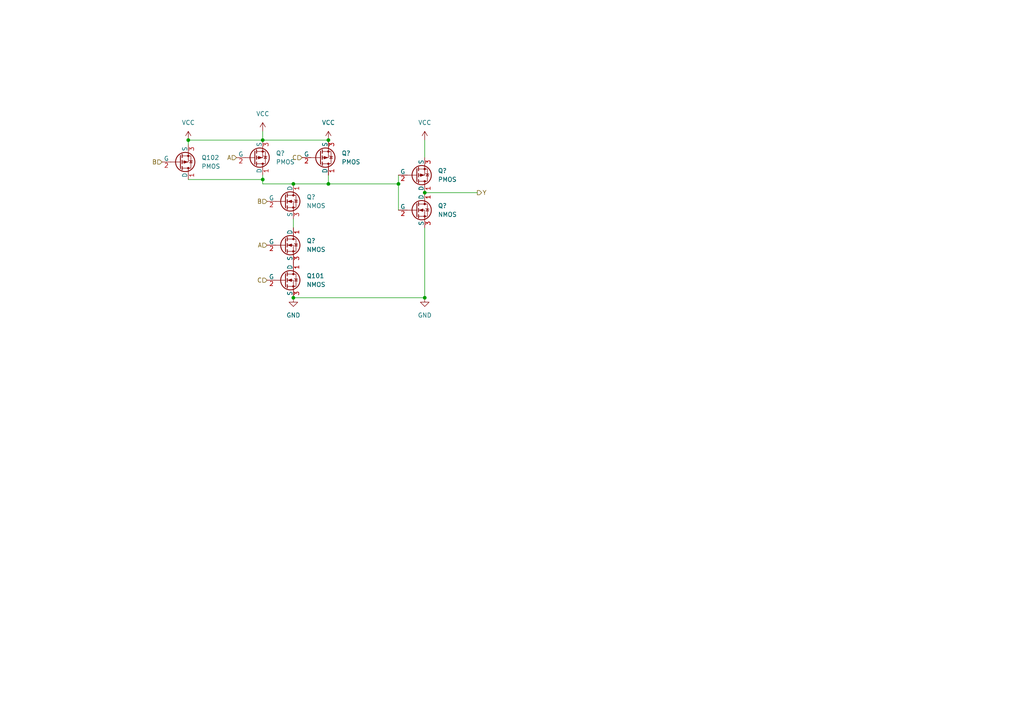
<source format=kicad_sch>
(kicad_sch (version 20250114) (generator "eeschema") (generator_version "9.0")
  (paper "A4")
  (lib_symbols
    (symbol "Simulation_SPICE:NMOS" (pin_names (offset 0))
      (property "Reference" "Q" (at 5.08 1.27 0))
      (property "Value" "NMOS" (at 5.08 -1.27 0))
      (symbol "NMOS_0_1"
        (polyline (pts (xy 0.254 1.905) (xy 0.254 -1.905)) (stroke (width 0.254)))
        (polyline (pts (xy 0.254 0) (xy -2.54 0)))
        (polyline (pts (xy 0.762 2.286) (xy 0.762 1.27)) (stroke (width 0.254)))
        (polyline (pts (xy 0.762 0.508) (xy 0.762 -0.508)) (stroke (width 0.254)))
        (polyline (pts (xy 0.762 -1.27) (xy 0.762 -2.286)) (stroke (width 0.254)))
        (polyline (pts (xy 0.762 -1.778) (xy 3.302 -1.778) (xy 3.302 1.778) (xy 0.762 1.778)))
        (polyline (pts (xy 1.016 0) (xy 2.032 0.381) (xy 2.032 -0.381) (xy 1.016 0)) (fill (type outline)))
        (circle (center 1.651 0) (radius 2.794) (stroke (width 0.254)))
        (polyline (pts (xy 2.54 2.54) (xy 2.54 1.778)))
        (circle (center 2.54 1.778) (radius 0.254) (fill (type outline)))
        (circle (center 2.54 -1.778) (radius 0.254) (fill (type outline)))
        (polyline (pts (xy 2.54 -2.54) (xy 2.54 0) (xy 0.762 0)))
        (polyline (pts (xy 2.794 0.508) (xy 2.921 0.381) (xy 3.683 0.381) (xy 3.81 0.254)))
        (polyline (pts (xy 3.302 0.381) (xy 2.921 -0.254) (xy 3.683 -0.254) (xy 3.302 0.381)))
      )
      (symbol "NMOS_1_1"
        (pin input line (at -5.08 0 0) (length 2.54) (name "G") (number "2"))
        (pin passive line (at 2.54 5.08 270) (length 2.54) (name "D") (number "1"))
        (pin passive line (at 2.54 -5.08 90) (length 2.54) (name "S") (number "3"))
      )
    )
    (symbol "Simulation_SPICE:PMOS" (pin_names (offset 0))
      (property "Reference" "Q" (at 5.08 1.27 0))
      (property "Value" "PMOS" (at 5.08 -1.27 0))
      (symbol "PMOS_0_1"
        (polyline (pts (xy 0.254 1.905) (xy 0.254 -1.905)) (stroke (width 0.254)))
        (polyline (pts (xy 0.254 0) (xy -2.54 0)))
        (polyline (pts (xy 0.762 2.286) (xy 0.762 1.27)) (stroke (width 0.254)))
        (polyline (pts (xy 0.762 1.778) (xy 3.302 1.778) (xy 3.302 -1.778) (xy 0.762 -1.778)))
        (polyline (pts (xy 0.762 0.508) (xy 0.762 -0.508)) (stroke (width 0.254)))
        (polyline (pts (xy 0.762 -1.27) (xy 0.762 -2.286)) (stroke (width 0.254)))
        (circle (center 1.651 0) (radius 2.794) (stroke (width 0.254)))
        (polyline (pts (xy 2.286 0) (xy 1.27 0.381) (xy 1.27 -0.381) (xy 2.286 0)) (fill (type outline)))
        (polyline (pts (xy 2.54 2.54) (xy 2.54 1.778)))
        (circle (center 2.54 1.778) (radius 0.254) (fill (type outline)))
        (circle (center 2.54 -1.778) (radius 0.254) (fill (type outline)))
        (polyline (pts (xy 2.54 -2.54) (xy 2.54 0) (xy 0.762 0)))
        (polyline (pts (xy 2.794 -0.508) (xy 2.921 -0.381) (xy 3.683 -0.381) (xy 3.81 -0.254)))
        (polyline (pts (xy 3.302 -0.381) (xy 2.921 0.254) (xy 3.683 0.254) (xy 3.302 -0.381)))
      )
      (symbol "PMOS_1_1"
        (pin input line (at -5.08 0 0) (length 2.54) (name "G") (number "2"))
        (pin passive line (at 2.54 5.08 270) (length 2.54) (name "D") (number "1"))
        (pin passive line (at 2.54 -5.08 90) (length 2.54) (name "S") (number "3"))
      )
    )
    (symbol "power:GND" (power) (pin_numbers (hide yes)) (pin_names (offset 0) (hide yes))
      (property "Value" "GND" (at 0 -3.81 0))
      (symbol "GND_0_1"
        (polyline (pts (xy 0 0) (xy 0 -1.27) (xy 1.27 -1.27) (xy 0 -2.54) (xy -1.27 -1.27) (xy 0 -1.27)))
      )
      (symbol "GND_1_1"
        (pin power_in line (at 0 0 270) (length 0) (name "~") (number "1"))
      )
    )
    (symbol "power:VCC" (power) (pin_numbers (hide yes)) (pin_names (offset 0) (hide yes))
      (property "Value" "VCC" (at 0 3.556 0))
      (symbol "VCC_0_1"
        (polyline (pts (xy -0.762 1.27) (xy 0 2.54)))
        (polyline (pts (xy 0 2.54) (xy 0.762 1.27)))
        (polyline (pts (xy 0 0) (xy 0 2.54)))
      )
      (symbol "VCC_1_1"
        (pin power_in line (at 0 0 90) (length 0) (name "~") (number "1"))
      )
    )
  )
  (junction (at 115.57 53.34))
  (junction (at 85.09 86.36))
  (junction (at 95.25 53.34))
  (junction (at 123.19 55.88))
  (junction (at 54.61 40.64))
  (junction (at 85.09 53.34))
  (junction (at 76.2 40.64))
  (junction (at 123.19 86.36))
  (junction (at 76.2 52.07))
  (junction (at 95.25 40.64))
  (wire (pts (xy 115.57 53.34) (xy 115.57 60.96)))
  (wire (pts (xy 123.19 86.36) (xy 85.09 86.36)))
  (wire (pts (xy 54.61 52.07) (xy 76.2 52.07)))
  (wire (pts (xy 54.61 40.64) (xy 76.2 40.64)))
  (wire (pts (xy 85.09 53.34) (xy 95.25 53.34)))
  (wire (pts (xy 76.2 50.8) (xy 76.2 52.07)))
  (wire (pts (xy 85.09 63.5) (xy 85.09 66.04)))
  (wire (pts (xy 123.19 40.64) (xy 123.19 45.72)))
  (wire (pts (xy 76.2 53.34) (xy 85.09 53.34)))
  (wire (pts (xy 123.19 55.88) (xy 138.43 55.88)))
  (wire (pts (xy 54.61 41.91) (xy 54.61 40.64)))
  (wire (pts (xy 123.19 66.04) (xy 123.19 86.36)))
  (wire (pts (xy 76.2 40.64) (xy 95.25 40.64)))
  (wire (pts (xy 95.25 50.8) (xy 95.25 53.34)))
  (wire (pts (xy 76.2 52.07) (xy 76.2 53.34)))
  (wire (pts (xy 115.57 50.8) (xy 115.57 53.34)))
  (wire (pts (xy 95.25 53.34) (xy 115.57 53.34)))
  (wire (pts (xy 76.2 38.1) (xy 76.2 40.64)))
  (hierarchical_label "C" (shape input) (at 87.63 45.72 180))
  (hierarchical_label "A" (shape input) (at 77.47 71.12 180))
  (hierarchical_label "Y" (shape output) (at 138.43 55.88 0))
  (hierarchical_label "B" (shape input) (at 77.47 58.42 180))
  (hierarchical_label "A" (shape input) (at 68.58 45.72 180))
  (hierarchical_label "C" (shape input) (at 77.47 81.28 180))
  (hierarchical_label "B" (shape input) (at 46.99 46.99 180))
  (symbol (lib_id "power:VCC") (at 95.25 40.64 0) (unit 1)
    (property "Reference" "#PWR0103" (effects (hide yes)))
    (property "Value" "VCC" (at 95.25 35.56 0))
    (property "Description" "Power symbol creates a global label with name \"VCC\"" (effects (hide yes)))
  )
  (symbol (lib_id "Simulation_SPICE:NMOS") (at 82.55 71.12 0) (unit 1)
    (property "Reference" "Q?" (at 88.9 69.8499 0) (effects (justify left)))
    (property "Value" "NMOS" (at 88.9 72.3899 0) (effects (justify left)))
    (property "Footprint" "Package_TO_SOT_SMD:TSOT-23" (effects (hide yes)))
    (property "Datasheet" "https://ngspice.sourceforge.io/docs/ngspice-html-manual/manual.xhtml#cha_MOSFETs" (effects (hide yes)))
    (property "Description" "N-MOSFET transistor, drain/source/gate" (effects (hide yes)))
    (property "Sim.Device" "NMOS" (effects (hide yes)))
    (property "Sim.Type" "MOS1" (effects (hide yes)))
    (property "Sim.Pins" "1=D 2=G 3=S" (effects (hide yes)))
  )
  (symbol (lib_id "power:GND") (at 123.19 86.36 0) (unit 1)
    (property "Reference" "#PWR0101" (effects (hide yes)))
    (property "Value" "GND" (at 123.19 91.44 0))
    (property "Description" "Power symbol creates a global label with name \"GND\" , ground" (effects (hide yes)))
  )
  (symbol (lib_id "power:VCC") (at 76.2 38.1 0) (unit 1)
    (property "Reference" "#PWR?" (effects (hide yes)))
    (property "Value" "VCC" (at 76.2 33.02 0))
    (property "Description" "Power symbol creates a global label with name \"VCC\"" (effects (hide yes)))
  )
  (symbol (lib_id "Simulation_SPICE:NMOS") (at 120.65 60.96 0) (unit 1)
    (property "Reference" "Q?" (at 127 59.6899 0) (effects (justify left)))
    (property "Value" "NMOS" (at 127 62.2299 0) (effects (justify left)))
    (property "Footprint" "Package_TO_SOT_SMD:TSOT-23" (effects (hide yes)))
    (property "Datasheet" "https://ngspice.sourceforge.io/docs/ngspice-html-manual/manual.xhtml#cha_MOSFETs" (effects (hide yes)))
    (property "Description" "N-MOSFET transistor, drain/source/gate" (effects (hide yes)))
    (property "Sim.Device" "NMOS" (effects (hide yes)))
    (property "Sim.Type" "MOS1" (effects (hide yes)))
    (property "Sim.Pins" "1=D 2=G 3=S" (effects (hide yes)))
  )
  (symbol (lib_id "Simulation_SPICE:NMOS") (at 82.55 58.42 0) (unit 1)
    (property "Reference" "Q?" (at 88.9 57.1499 0) (effects (justify left)))
    (property "Value" "NMOS" (at 88.9 59.6899 0) (effects (justify left)))
    (property "Footprint" "Package_TO_SOT_SMD:TSOT-23" (effects (hide yes)))
    (property "Datasheet" "https://ngspice.sourceforge.io/docs/ngspice-html-manual/manual.xhtml#cha_MOSFETs" (effects (hide yes)))
    (property "Description" "N-MOSFET transistor, drain/source/gate" (effects (hide yes)))
    (property "Sim.Device" "NMOS" (effects (hide yes)))
    (property "Sim.Type" "MOS1" (effects (hide yes)))
    (property "Sim.Pins" "1=D 2=G 3=S" (effects (hide yes)))
  )
  (symbol (lib_id "Simulation_SPICE:PMOS") (at 92.71 45.72 0) (mirror x) (unit 1)
    (property "Reference" "Q?" (at 99.06 44.4499 0) (effects (justify left)))
    (property "Value" "PMOS" (at 99.06 46.9899 0) (effects (justify left)))
    (property "Footprint" "Package_TO_SOT_SMD:TSOT-23" (effects (hide yes)))
    (property "Datasheet" "https://ngspice.sourceforge.io/docs/ngspice-html-manual/manual.xhtml#cha_MOSFETs" (effects (hide yes)))
    (property "Description" "P-MOSFET transistor, drain/source/gate" (effects (hide yes)))
    (property "Sim.Device" "PMOS" (effects (hide yes)))
    (property "Sim.Type" "MOS1" (effects (hide yes)))
    (property "Sim.Pins" "1=D 2=G 3=S" (effects (hide yes)))
  )
  (symbol (lib_id "power:VCC") (at 123.19 40.64 0) (unit 1)
    (property "Reference" "#PWR0102" (effects (hide yes)))
    (property "Value" "VCC" (at 123.19 35.56 0))
    (property "Description" "Power symbol creates a global label with name \"VCC\"" (effects (hide yes)))
  )
  (symbol (lib_id "Simulation_SPICE:NMOS") (at 82.55 81.28 0) (unit 1)
    (property "Reference" "Q101" (at 88.9 80.0099 0) (effects (justify left)))
    (property "Value" "NMOS" (at 88.9 82.5499 0) (effects (justify left)))
    (property "Footprint" "Package_TO_SOT_SMD:TSOT-23" (effects (hide yes)))
    (property "Datasheet" "https://ngspice.sourceforge.io/docs/ngspice-html-manual/manual.xhtml#cha_MOSFETs" (effects (hide yes)))
    (property "Description" "N-MOSFET transistor, drain/source/gate" (effects (hide yes)))
    (property "Sim.Device" "NMOS" (effects (hide yes)))
    (property "Sim.Type" "MOS1" (effects (hide yes)))
    (property "Sim.Pins" "1=D 2=G 3=S" (effects (hide yes)))
  )
  (symbol (lib_id "power:GND") (at 85.09 86.36 0) (unit 1)
    (property "Reference" "#PWR?" (effects (hide yes)))
    (property "Value" "GND" (at 85.09 91.44 0))
    (property "Description" "Power symbol creates a global label with name \"GND\" , ground" (effects (hide yes)))
  )
  (symbol (lib_id "Simulation_SPICE:PMOS") (at 120.65 50.8 0) (mirror x) (unit 1)
    (property "Reference" "Q?" (at 127 49.5299 0) (effects (justify left)))
    (property "Value" "PMOS" (at 127 52.0699 0) (effects (justify left)))
    (property "Footprint" "Package_TO_SOT_SMD:TSOT-23" (effects (hide yes)))
    (property "Datasheet" "https://ngspice.sourceforge.io/docs/ngspice-html-manual/manual.xhtml#cha_MOSFETs" (effects (hide yes)))
    (property "Description" "P-MOSFET transistor, drain/source/gate" (effects (hide yes)))
    (property "Sim.Device" "PMOS" (effects (hide yes)))
    (property "Sim.Type" "MOS1" (effects (hide yes)))
    (property "Sim.Pins" "1=D 2=G 3=S" (effects (hide yes)))
  )
  (symbol (lib_id "Simulation_SPICE:PMOS") (at 52.07 46.99 0) (mirror x) (unit 1)
    (property "Reference" "Q102" (at 58.42 45.7199 0) (effects (justify left)))
    (property "Value" "PMOS" (at 58.42 48.2599 0) (effects (justify left)))
    (property "Footprint" "Package_TO_SOT_SMD:TSOT-23" (effects (hide yes)))
    (property "Datasheet" "https://ngspice.sourceforge.io/docs/ngspice-html-manual/manual.xhtml#cha_MOSFETs" (effects (hide yes)))
    (property "Description" "P-MOSFET transistor, drain/source/gate" (effects (hide yes)))
    (property "Sim.Device" "PMOS" (effects (hide yes)))
    (property "Sim.Type" "MOS1" (effects (hide yes)))
    (property "Sim.Pins" "1=D 2=G 3=S" (effects (hide yes)))
  )
  (symbol (lib_id "power:VCC") (at 54.61 40.64 0) (unit 1)
    (property "Reference" "#PWR0104" (effects (hide yes)))
    (property "Value" "VCC" (at 54.61 35.56 0))
    (property "Description" "Power symbol creates a global label with name \"VCC\"" (effects (hide yes)))
  )
  (symbol (lib_id "Simulation_SPICE:PMOS") (at 73.66 45.72 0) (mirror x) (unit 1)
    (property "Reference" "Q?" (at 80.01 44.4499 0) (effects (justify left)))
    (property "Value" "PMOS" (at 80.01 46.9899 0) (effects (justify left)))
    (property "Footprint" "Package_TO_SOT_SMD:TSOT-23" (effects (hide yes)))
    (property "Datasheet" "https://ngspice.sourceforge.io/docs/ngspice-html-manual/manual.xhtml#cha_MOSFETs" (effects (hide yes)))
    (property "Description" "P-MOSFET transistor, drain/source/gate" (effects (hide yes)))
    (property "Sim.Device" "PMOS" (effects (hide yes)))
    (property "Sim.Type" "MOS1" (effects (hide yes)))
    (property "Sim.Pins" "1=D 2=G 3=S" (effects (hide yes)))
  )
)
</source>
